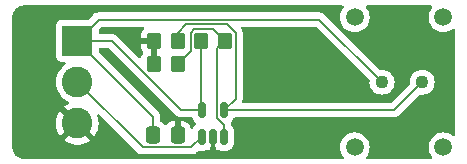
<source format=gbr>
%TF.GenerationSoftware,KiCad,Pcbnew,7.0.11-7.0.11~ubuntu22.04.1*%
%TF.CreationDate,2024-03-26T17:41:41+01:00*%
%TF.ProjectId,laserreceiver,6c617365-7272-4656-9365-697665722e6b,rev?*%
%TF.SameCoordinates,Original*%
%TF.FileFunction,Copper,L1,Top*%
%TF.FilePolarity,Positive*%
%FSLAX46Y46*%
G04 Gerber Fmt 4.6, Leading zero omitted, Abs format (unit mm)*
G04 Created by KiCad (PCBNEW 7.0.11-7.0.11~ubuntu22.04.1) date 2024-03-26 17:41:41*
%MOMM*%
%LPD*%
G01*
G04 APERTURE LIST*
G04 Aperture macros list*
%AMRoundRect*
0 Rectangle with rounded corners*
0 $1 Rounding radius*
0 $2 $3 $4 $5 $6 $7 $8 $9 X,Y pos of 4 corners*
0 Add a 4 corners polygon primitive as box body*
4,1,4,$2,$3,$4,$5,$6,$7,$8,$9,$2,$3,0*
0 Add four circle primitives for the rounded corners*
1,1,$1+$1,$2,$3*
1,1,$1+$1,$4,$5*
1,1,$1+$1,$6,$7*
1,1,$1+$1,$8,$9*
0 Add four rect primitives between the rounded corners*
20,1,$1+$1,$2,$3,$4,$5,0*
20,1,$1+$1,$4,$5,$6,$7,0*
20,1,$1+$1,$6,$7,$8,$9,0*
20,1,$1+$1,$8,$9,$2,$3,0*%
G04 Aperture macros list end*
%TA.AperFunction,SMDPad,CuDef*%
%ADD10RoundRect,0.150000X0.150000X-0.512500X0.150000X0.512500X-0.150000X0.512500X-0.150000X-0.512500X0*%
%TD*%
%TA.AperFunction,SMDPad,CuDef*%
%ADD11RoundRect,0.250000X0.350000X0.450000X-0.350000X0.450000X-0.350000X-0.450000X0.350000X-0.450000X0*%
%TD*%
%TA.AperFunction,SMDPad,CuDef*%
%ADD12RoundRect,0.250000X-0.350000X-0.450000X0.350000X-0.450000X0.350000X0.450000X-0.350000X0.450000X0*%
%TD*%
%TA.AperFunction,ComponentPad*%
%ADD13C,1.108000*%
%TD*%
%TA.AperFunction,ComponentPad*%
%ADD14R,2.600000X2.600000*%
%TD*%
%TA.AperFunction,ComponentPad*%
%ADD15C,2.600000*%
%TD*%
%TA.AperFunction,SMDPad,CuDef*%
%ADD16RoundRect,0.250000X-0.337500X-0.475000X0.337500X-0.475000X0.337500X0.475000X-0.337500X0.475000X0*%
%TD*%
%TA.AperFunction,ViaPad*%
%ADD17C,0.600000*%
%TD*%
%TA.AperFunction,ViaPad*%
%ADD18C,1.500000*%
%TD*%
%TA.AperFunction,Conductor*%
%ADD19C,0.200000*%
%TD*%
G04 APERTURE END LIST*
D10*
%TO.P,U1,1*%
%TO.N,Net-(J1-Pin_2)*%
X146050000Y-99137500D03*
%TO.P,U1,2,V-*%
%TO.N,GND*%
X147000000Y-99137500D03*
%TO.P,U1,3,+*%
%TO.N,Net-(U1-+)*%
X147950000Y-99137500D03*
%TO.P,U1,4,-*%
%TO.N,Net-(U1--)*%
X147950000Y-96862500D03*
%TO.P,U1,5,V+*%
%TO.N,+5V*%
X146050000Y-96862500D03*
%TD*%
D11*
%TO.P,R4,1*%
%TO.N,Net-(U1-+)*%
X144000000Y-93000000D03*
%TO.P,R4,2*%
%TO.N,GND*%
X142000000Y-93000000D03*
%TD*%
D12*
%TO.P,R3,1*%
%TO.N,+5V*%
X146000000Y-91000000D03*
%TO.P,R3,2*%
%TO.N,Net-(U1-+)*%
X148000000Y-91000000D03*
%TD*%
D11*
%TO.P,R2,1*%
%TO.N,Net-(U1--)*%
X144000000Y-91000000D03*
%TO.P,R2,2*%
%TO.N,GND*%
X142000000Y-91000000D03*
%TD*%
D13*
%TO.P,R1,1*%
%TO.N,+5V*%
X161300000Y-94500000D03*
%TO.P,R1,2*%
%TO.N,Net-(U1--)*%
X164700000Y-94500000D03*
%TD*%
D14*
%TO.P,J1,1,Pin_1*%
%TO.N,+5V*%
X135500000Y-91000000D03*
D15*
%TO.P,J1,2,Pin_2*%
%TO.N,Net-(J1-Pin_2)*%
X135500000Y-94500000D03*
%TO.P,J1,3,Pin_3*%
%TO.N,GND*%
X135500000Y-98000000D03*
%TD*%
D16*
%TO.P,C1,2*%
%TO.N,GND*%
X144000000Y-99000000D03*
%TO.P,C1,1*%
%TO.N,+5V*%
X141925000Y-99000000D03*
%TD*%
D17*
%TO.N,GND*%
X142000000Y-96000000D03*
X140500000Y-91000000D03*
D18*
%TO.N,*%
X159000000Y-100000000D03*
X166500000Y-100000000D03*
X159000000Y-89000000D03*
X166500000Y-89000000D03*
%TD*%
D19*
%TO.N,+5V*%
X146050000Y-96862500D02*
X144277756Y-96862500D01*
X144277756Y-96862500D02*
X138415256Y-91000000D01*
X138415256Y-91000000D02*
X135500000Y-91000000D01*
%TO.N,Net-(U1--)*%
X164700000Y-94500000D02*
X162337500Y-96862500D01*
X162337500Y-96862500D02*
X147950000Y-96862500D01*
%TO.N,+5V*%
X135500000Y-91000000D02*
X137300000Y-89200000D01*
X137300000Y-89200000D02*
X156000000Y-89200000D01*
X156000000Y-89200000D02*
X161300000Y-94500000D01*
%TO.N,Net-(J1-Pin_2)*%
X146050000Y-99137500D02*
X145162500Y-100025000D01*
X145162500Y-100025000D02*
X141025000Y-100025000D01*
X141025000Y-100025000D02*
X135500000Y-94500000D01*
%TO.N,Net-(U1-+)*%
X147950000Y-99137500D02*
X147950000Y-98165552D01*
X147950000Y-98165552D02*
X147350000Y-97565552D01*
X147350000Y-97565552D02*
X147350000Y-91650000D01*
X147350000Y-91650000D02*
X148000000Y-91000000D01*
%TO.N,Net-(U1--)*%
X147950000Y-96862500D02*
X148900000Y-95912500D01*
X144700000Y-89600000D02*
X144000000Y-90300000D01*
X148900000Y-95912500D02*
X148900000Y-90315256D01*
X148900000Y-90315256D02*
X148184744Y-89600000D01*
X144000000Y-90300000D02*
X144000000Y-91000000D01*
X148184744Y-89600000D02*
X144700000Y-89600000D01*
%TO.N,Net-(U1-+)*%
X145100000Y-91900000D02*
X145100000Y-90315256D01*
X144000000Y-93000000D02*
X145100000Y-91900000D01*
X145100000Y-90315256D02*
X145415256Y-90000000D01*
X145415256Y-90000000D02*
X147000000Y-90000000D01*
X147000000Y-90000000D02*
X148000000Y-91000000D01*
%TO.N,+5V*%
X141925000Y-99000000D02*
X141925000Y-97425000D01*
X141925000Y-97425000D02*
X135500000Y-91000000D01*
X146000000Y-91000000D02*
X146000000Y-96812500D01*
X146000000Y-96812500D02*
X146050000Y-96862500D01*
%TD*%
%TA.AperFunction,Conductor*%
%TO.N,GND*%
G36*
X138182198Y-91620185D02*
G01*
X138202840Y-91636819D01*
X143819555Y-97253534D01*
X143830249Y-97265728D01*
X143849474Y-97290782D01*
X143909752Y-97337034D01*
X143909753Y-97337035D01*
X143909754Y-97337037D01*
X143962614Y-97377597D01*
X143974915Y-97387036D01*
X143974917Y-97387036D01*
X143974919Y-97387038D01*
X143984103Y-97390842D01*
X144120994Y-97447544D01*
X144199375Y-97457863D01*
X144277755Y-97468182D01*
X144277756Y-97468182D01*
X144309058Y-97464060D01*
X144325243Y-97463000D01*
X145155067Y-97463000D01*
X145222106Y-97482685D01*
X145267861Y-97535489D01*
X145274143Y-97552404D01*
X145298254Y-97635395D01*
X145298255Y-97635396D01*
X145298256Y-97635398D01*
X145304790Y-97646447D01*
X145381917Y-97776862D01*
X145381923Y-97776870D01*
X145498129Y-97893076D01*
X145498140Y-97893085D01*
X145498455Y-97893271D01*
X145498650Y-97893480D01*
X145504298Y-97897861D01*
X145503591Y-97898772D01*
X145546136Y-97944343D01*
X145558637Y-98013085D01*
X145531988Y-98077673D01*
X145504078Y-98101856D01*
X145504298Y-98102139D01*
X145499092Y-98106176D01*
X145498455Y-98106729D01*
X145498140Y-98106914D01*
X145498129Y-98106923D01*
X145381923Y-98223129D01*
X145381917Y-98223137D01*
X145294285Y-98371317D01*
X145291696Y-98369786D01*
X145255977Y-98412688D01*
X145189338Y-98433689D01*
X145121924Y-98415328D01*
X145075138Y-98363436D01*
X145069190Y-98348717D01*
X145021858Y-98205880D01*
X145021856Y-98205875D01*
X144929815Y-98056654D01*
X144805845Y-97932684D01*
X144656624Y-97840643D01*
X144656619Y-97840641D01*
X144490197Y-97785494D01*
X144490190Y-97785493D01*
X144387486Y-97775000D01*
X144250000Y-97775000D01*
X144250000Y-99126000D01*
X144230315Y-99193039D01*
X144177511Y-99238794D01*
X144126000Y-99250000D01*
X143874000Y-99250000D01*
X143806961Y-99230315D01*
X143761206Y-99177511D01*
X143750000Y-99126000D01*
X143750000Y-97775000D01*
X143612527Y-97775000D01*
X143612512Y-97775001D01*
X143509802Y-97785494D01*
X143343380Y-97840641D01*
X143343375Y-97840643D01*
X143194154Y-97932684D01*
X143070183Y-98056655D01*
X143070179Y-98056660D01*
X143068326Y-98059665D01*
X143066518Y-98061290D01*
X143065702Y-98062323D01*
X143065525Y-98062183D01*
X143016374Y-98106385D01*
X142947411Y-98117601D01*
X142883331Y-98089752D01*
X142857253Y-98059653D01*
X142857237Y-98059628D01*
X142855212Y-98056344D01*
X142731156Y-97932288D01*
X142584402Y-97841770D01*
X142537679Y-97789823D01*
X142525500Y-97736232D01*
X142525500Y-97472487D01*
X142526561Y-97456301D01*
X142530682Y-97424999D01*
X142530682Y-97424998D01*
X142510044Y-97268239D01*
X142510042Y-97268234D01*
X142509006Y-97265734D01*
X142449536Y-97122159D01*
X142377450Y-97028215D01*
X142363761Y-97010375D01*
X142353281Y-96996716D01*
X142328229Y-96977494D01*
X142316034Y-96966799D01*
X137336818Y-91987583D01*
X137303333Y-91926260D01*
X137300499Y-91899901D01*
X137300500Y-91724499D01*
X137320185Y-91657460D01*
X137372989Y-91611705D01*
X137424500Y-91600500D01*
X138115159Y-91600500D01*
X138182198Y-91620185D01*
G37*
%TD.AperFunction*%
%TA.AperFunction,Conductor*%
G36*
X141106516Y-89820185D02*
G01*
X141152271Y-89872989D01*
X141162215Y-89942147D01*
X141133190Y-90005703D01*
X141127158Y-90012181D01*
X141057684Y-90081654D01*
X140965643Y-90230875D01*
X140965641Y-90230880D01*
X140910494Y-90397302D01*
X140910493Y-90397309D01*
X140900000Y-90500013D01*
X140900000Y-90750000D01*
X142126000Y-90750000D01*
X142193039Y-90769685D01*
X142238794Y-90822489D01*
X142250000Y-90874000D01*
X142250000Y-93126000D01*
X142230315Y-93193039D01*
X142177511Y-93238794D01*
X142126000Y-93250000D01*
X141874000Y-93250000D01*
X141806961Y-93230315D01*
X141761206Y-93177511D01*
X141750000Y-93126000D01*
X141750000Y-91250000D01*
X140900001Y-91250000D01*
X140900001Y-91499986D01*
X140910494Y-91602697D01*
X140965641Y-91769119D01*
X140965643Y-91769124D01*
X141057685Y-91918346D01*
X141061435Y-91923089D01*
X141087576Y-91987885D01*
X141074535Y-92056527D01*
X141061435Y-92076911D01*
X141057685Y-92081653D01*
X140965643Y-92230875D01*
X140965641Y-92230880D01*
X140911829Y-92393274D01*
X140872056Y-92450719D01*
X140807540Y-92477542D01*
X140738764Y-92465227D01*
X140706442Y-92441951D01*
X138873455Y-90608964D01*
X138862759Y-90596767D01*
X138843542Y-90571722D01*
X138843539Y-90571720D01*
X138843538Y-90571718D01*
X138718097Y-90475464D01*
X138572018Y-90414956D01*
X138572016Y-90414955D01*
X138454617Y-90399500D01*
X138415256Y-90394318D01*
X138383953Y-90398439D01*
X138367769Y-90399500D01*
X137424499Y-90399500D01*
X137357460Y-90379815D01*
X137311705Y-90327011D01*
X137300499Y-90275500D01*
X137300499Y-90100097D01*
X137320184Y-90033058D01*
X137336818Y-90012416D01*
X137512416Y-89836819D01*
X137573739Y-89803334D01*
X137600097Y-89800500D01*
X141039477Y-89800500D01*
X141106516Y-89820185D01*
G37*
%TD.AperFunction*%
%TA.AperFunction,Conductor*%
G36*
X158002115Y-88020185D02*
G01*
X158047870Y-88072989D01*
X158057814Y-88142147D01*
X158036651Y-88195623D01*
X157912900Y-88372357D01*
X157912898Y-88372361D01*
X157820426Y-88570668D01*
X157820422Y-88570677D01*
X157763793Y-88782020D01*
X157763793Y-88782024D01*
X157744723Y-88999997D01*
X157744723Y-89000002D01*
X157763793Y-89217975D01*
X157763793Y-89217979D01*
X157820422Y-89429322D01*
X157820424Y-89429326D01*
X157820425Y-89429330D01*
X157833640Y-89457669D01*
X157912897Y-89627638D01*
X157912898Y-89627639D01*
X158038402Y-89806877D01*
X158193123Y-89961598D01*
X158372361Y-90087102D01*
X158570670Y-90179575D01*
X158782023Y-90236207D01*
X158964926Y-90252208D01*
X158999998Y-90255277D01*
X159000000Y-90255277D01*
X159000002Y-90255277D01*
X159028254Y-90252805D01*
X159217977Y-90236207D01*
X159429330Y-90179575D01*
X159627639Y-90087102D01*
X159806877Y-89961598D01*
X159961598Y-89806877D01*
X160087102Y-89627639D01*
X160179575Y-89429330D01*
X160236207Y-89217977D01*
X160252805Y-89028254D01*
X160255277Y-89000002D01*
X160255277Y-88999997D01*
X160251569Y-88957618D01*
X160236207Y-88782023D01*
X160191441Y-88614955D01*
X160179577Y-88570677D01*
X160179576Y-88570676D01*
X160179575Y-88570670D01*
X160087102Y-88372362D01*
X160087100Y-88372359D01*
X160087099Y-88372357D01*
X159963349Y-88195623D01*
X159941022Y-88129417D01*
X159958032Y-88061650D01*
X160008980Y-88013837D01*
X160064924Y-88000500D01*
X165435076Y-88000500D01*
X165502115Y-88020185D01*
X165547870Y-88072989D01*
X165557814Y-88142147D01*
X165536651Y-88195623D01*
X165412900Y-88372357D01*
X165412898Y-88372361D01*
X165320426Y-88570668D01*
X165320422Y-88570677D01*
X165263793Y-88782020D01*
X165263793Y-88782024D01*
X165244723Y-88999997D01*
X165244723Y-89000002D01*
X165263793Y-89217975D01*
X165263793Y-89217979D01*
X165320422Y-89429322D01*
X165320424Y-89429326D01*
X165320425Y-89429330D01*
X165333640Y-89457669D01*
X165412897Y-89627638D01*
X165412898Y-89627639D01*
X165538402Y-89806877D01*
X165693123Y-89961598D01*
X165872361Y-90087102D01*
X166070670Y-90179575D01*
X166282023Y-90236207D01*
X166464926Y-90252208D01*
X166499998Y-90255277D01*
X166500000Y-90255277D01*
X166500002Y-90255277D01*
X166528254Y-90252805D01*
X166717977Y-90236207D01*
X166929330Y-90179575D01*
X167127639Y-90087102D01*
X167304379Y-89963346D01*
X167370582Y-89941020D01*
X167438349Y-89958030D01*
X167486162Y-90008977D01*
X167499500Y-90064922D01*
X167499500Y-98935077D01*
X167479815Y-99002116D01*
X167427011Y-99047871D01*
X167357853Y-99057815D01*
X167304380Y-99036653D01*
X167127639Y-98912898D01*
X167127640Y-98912898D01*
X167127638Y-98912897D01*
X167028484Y-98866661D01*
X166929330Y-98820425D01*
X166929326Y-98820424D01*
X166929322Y-98820422D01*
X166717977Y-98763793D01*
X166500002Y-98744723D01*
X166499998Y-98744723D01*
X166377478Y-98755442D01*
X166282023Y-98763793D01*
X166282020Y-98763793D01*
X166070677Y-98820422D01*
X166070668Y-98820426D01*
X165872361Y-98912898D01*
X165872357Y-98912900D01*
X165693121Y-99038402D01*
X165538402Y-99193121D01*
X165412900Y-99372357D01*
X165412898Y-99372361D01*
X165320426Y-99570668D01*
X165320422Y-99570677D01*
X165263793Y-99782020D01*
X165263793Y-99782024D01*
X165244723Y-99999997D01*
X165244723Y-100000002D01*
X165263793Y-100217975D01*
X165263793Y-100217979D01*
X165320422Y-100429322D01*
X165320424Y-100429326D01*
X165320425Y-100429330D01*
X165353612Y-100500500D01*
X165412897Y-100627638D01*
X165428653Y-100650140D01*
X165536653Y-100804379D01*
X165558979Y-100870582D01*
X165541969Y-100938350D01*
X165491021Y-100986163D01*
X165435077Y-100999500D01*
X160064923Y-100999500D01*
X159997884Y-100979815D01*
X159952129Y-100927011D01*
X159942185Y-100857853D01*
X159963346Y-100804380D01*
X160087102Y-100627639D01*
X160179575Y-100429330D01*
X160236207Y-100217977D01*
X160255277Y-100000000D01*
X160254803Y-99994586D01*
X160247438Y-99910396D01*
X160236207Y-99782023D01*
X160179575Y-99570670D01*
X160087102Y-99372362D01*
X160087100Y-99372359D01*
X160087099Y-99372357D01*
X159961599Y-99193124D01*
X159894475Y-99126000D01*
X159806877Y-99038402D01*
X159627639Y-98912898D01*
X159627640Y-98912898D01*
X159627638Y-98912897D01*
X159528484Y-98866661D01*
X159429330Y-98820425D01*
X159429326Y-98820424D01*
X159429322Y-98820422D01*
X159217977Y-98763793D01*
X159000002Y-98744723D01*
X158999998Y-98744723D01*
X158877478Y-98755442D01*
X158782023Y-98763793D01*
X158782020Y-98763793D01*
X158570677Y-98820422D01*
X158570668Y-98820426D01*
X158372361Y-98912898D01*
X158372357Y-98912900D01*
X158193121Y-99038402D01*
X158038402Y-99193121D01*
X157912900Y-99372357D01*
X157912898Y-99372361D01*
X157820426Y-99570668D01*
X157820422Y-99570677D01*
X157763793Y-99782020D01*
X157763793Y-99782024D01*
X157744723Y-99999997D01*
X157744723Y-100000002D01*
X157763793Y-100217975D01*
X157763793Y-100217979D01*
X157820422Y-100429322D01*
X157820424Y-100429326D01*
X157820425Y-100429330D01*
X157853612Y-100500500D01*
X157912897Y-100627638D01*
X157928653Y-100650140D01*
X158036653Y-100804379D01*
X158058979Y-100870582D01*
X158041969Y-100938350D01*
X157991021Y-100986163D01*
X157935077Y-100999500D01*
X131005413Y-100999500D01*
X130994605Y-100999028D01*
X130837246Y-100985260D01*
X130815961Y-100981507D01*
X130668630Y-100942030D01*
X130648318Y-100934637D01*
X130510084Y-100870177D01*
X130491366Y-100859370D01*
X130366417Y-100771880D01*
X130349859Y-100757986D01*
X130242013Y-100650140D01*
X130228119Y-100633582D01*
X130140629Y-100508633D01*
X130129822Y-100489915D01*
X130065362Y-100351681D01*
X130057969Y-100331369D01*
X130036321Y-100250578D01*
X130018491Y-100184035D01*
X130014739Y-100162752D01*
X130000972Y-100005393D01*
X130000500Y-99994586D01*
X130000500Y-94500004D01*
X133694451Y-94500004D01*
X133714616Y-94769101D01*
X133774664Y-95032188D01*
X133774666Y-95032195D01*
X133859855Y-95249252D01*
X133873257Y-95283398D01*
X134008185Y-95517102D01*
X134125145Y-95663765D01*
X134176442Y-95728089D01*
X134344997Y-95884484D01*
X134374259Y-95911635D01*
X134597226Y-96063651D01*
X134597231Y-96063653D01*
X134597232Y-96063654D01*
X134597233Y-96063655D01*
X134709030Y-96117493D01*
X134752770Y-96138557D01*
X134804630Y-96185379D01*
X134822943Y-96252806D01*
X134801895Y-96319430D01*
X134752771Y-96361997D01*
X134597480Y-96436781D01*
X134597476Y-96436783D01*
X134414848Y-96561296D01*
X135252465Y-97398913D01*
X135184371Y-97425874D01*
X135051508Y-97522405D01*
X134946825Y-97648945D01*
X134898368Y-97751921D01*
X134062295Y-96915848D01*
X134008600Y-96983180D01*
X133873709Y-97216818D01*
X133775148Y-97467947D01*
X133775142Y-97467966D01*
X133715113Y-97730971D01*
X133715113Y-97730973D01*
X133694953Y-97999995D01*
X133694953Y-98000004D01*
X133715113Y-98269026D01*
X133715113Y-98269028D01*
X133775142Y-98532033D01*
X133775148Y-98532052D01*
X133873709Y-98783181D01*
X133873708Y-98783181D01*
X134008602Y-99016822D01*
X134062294Y-99084151D01*
X134062295Y-99084151D01*
X134897452Y-98248993D01*
X134907188Y-98278956D01*
X134995186Y-98417619D01*
X135114903Y-98530040D01*
X135249510Y-98604041D01*
X134414848Y-99438702D01*
X134597483Y-99563220D01*
X134597485Y-99563221D01*
X134840539Y-99680269D01*
X134840537Y-99680269D01*
X135098337Y-99759790D01*
X135098343Y-99759792D01*
X135365101Y-99799999D01*
X135365110Y-99800000D01*
X135634890Y-99800000D01*
X135634898Y-99799999D01*
X135901656Y-99759792D01*
X135901662Y-99759790D01*
X136159461Y-99680269D01*
X136402521Y-99563218D01*
X136585150Y-99438702D01*
X135747534Y-98601086D01*
X135815629Y-98574126D01*
X135948492Y-98477595D01*
X136053175Y-98351055D01*
X136101631Y-98248079D01*
X136937703Y-99084151D01*
X136937704Y-99084150D01*
X136991393Y-99016828D01*
X136991400Y-99016817D01*
X137126290Y-98783181D01*
X137224851Y-98532052D01*
X137224857Y-98532033D01*
X137284886Y-98269028D01*
X137284886Y-98269026D01*
X137305047Y-98000004D01*
X137305047Y-97999995D01*
X137284886Y-97730973D01*
X137284886Y-97730971D01*
X137224857Y-97467966D01*
X137224853Y-97467952D01*
X137187532Y-97372860D01*
X137181363Y-97303263D01*
X137213801Y-97241379D01*
X137274546Y-97206856D01*
X137344312Y-97210655D01*
X137390641Y-97239876D01*
X140566799Y-100416034D01*
X140577493Y-100428228D01*
X140596717Y-100453281D01*
X140596718Y-100453282D01*
X140658254Y-100500500D01*
X140722159Y-100549536D01*
X140722161Y-100549536D01*
X140722163Y-100549538D01*
X140795198Y-100579790D01*
X140868238Y-100610044D01*
X140946619Y-100620363D01*
X141024999Y-100630682D01*
X141025000Y-100630682D01*
X141056302Y-100626560D01*
X141072487Y-100625500D01*
X145115013Y-100625500D01*
X145131197Y-100626560D01*
X145162500Y-100630682D01*
X145162501Y-100630682D01*
X145214754Y-100623802D01*
X145319262Y-100610044D01*
X145465341Y-100549536D01*
X145529246Y-100500500D01*
X145590782Y-100453282D01*
X145610009Y-100428223D01*
X145620690Y-100416043D01*
X145702969Y-100333764D01*
X145764290Y-100300281D01*
X145800372Y-100297829D01*
X145834306Y-100300500D01*
X145834314Y-100300500D01*
X146265686Y-100300500D01*
X146265694Y-100300500D01*
X146302569Y-100297598D01*
X146302571Y-100297597D01*
X146302573Y-100297597D01*
X146347742Y-100284474D01*
X146460398Y-100251744D01*
X146461181Y-100251281D01*
X146462369Y-100250579D01*
X146464112Y-100250136D01*
X146467557Y-100248646D01*
X146467797Y-100249201D01*
X146530093Y-100233395D01*
X146582397Y-100248753D01*
X146582644Y-100248184D01*
X146587255Y-100250179D01*
X146588612Y-100250578D01*
X146589801Y-100251281D01*
X146589806Y-100251283D01*
X146747505Y-100297099D01*
X146747511Y-100297100D01*
X146749998Y-100297295D01*
X146750000Y-100297295D01*
X146750000Y-100031814D01*
X146767267Y-99968694D01*
X146801744Y-99910398D01*
X146847598Y-99752569D01*
X146850500Y-99715694D01*
X146850500Y-99011500D01*
X146870185Y-98944461D01*
X146922989Y-98898706D01*
X146974500Y-98887500D01*
X147025500Y-98887500D01*
X147092539Y-98907185D01*
X147138294Y-98959989D01*
X147149500Y-99011500D01*
X147149500Y-99715701D01*
X147152401Y-99752567D01*
X147152402Y-99752573D01*
X147198254Y-99910393D01*
X147198255Y-99910396D01*
X147198256Y-99910398D01*
X147232732Y-99968694D01*
X147250000Y-100031814D01*
X147250000Y-100297295D01*
X147250001Y-100297295D01*
X147252486Y-100297100D01*
X147410197Y-100251281D01*
X147411382Y-100250581D01*
X147412436Y-100250313D01*
X147417357Y-100248184D01*
X147417700Y-100248977D01*
X147479105Y-100233395D01*
X147532289Y-100249008D01*
X147532446Y-100248647D01*
X147535371Y-100249913D01*
X147537624Y-100250574D01*
X147539602Y-100251744D01*
X147539604Y-100251744D01*
X147539605Y-100251745D01*
X147697426Y-100297597D01*
X147697429Y-100297597D01*
X147697431Y-100297598D01*
X147734306Y-100300500D01*
X147734314Y-100300500D01*
X148165686Y-100300500D01*
X148165694Y-100300500D01*
X148202569Y-100297598D01*
X148202571Y-100297597D01*
X148202573Y-100297597D01*
X148247742Y-100284474D01*
X148360398Y-100251744D01*
X148501865Y-100168081D01*
X148618081Y-100051865D01*
X148701744Y-99910398D01*
X148747598Y-99752569D01*
X148750500Y-99715694D01*
X148750500Y-98559306D01*
X148747598Y-98522431D01*
X148733815Y-98474991D01*
X148713836Y-98406224D01*
X148701744Y-98364602D01*
X148618081Y-98223135D01*
X148618079Y-98223133D01*
X148618076Y-98223129D01*
X148584715Y-98189768D01*
X148551230Y-98128445D01*
X148549457Y-98118272D01*
X148541955Y-98061290D01*
X148535044Y-98008790D01*
X148523141Y-97980055D01*
X148515673Y-97910590D01*
X148546947Y-97848110D01*
X148549994Y-97844951D01*
X148618081Y-97776865D01*
X148701744Y-97635398D01*
X148701745Y-97635395D01*
X148725857Y-97552404D01*
X148763464Y-97493519D01*
X148826936Y-97464313D01*
X148844933Y-97463000D01*
X162290013Y-97463000D01*
X162306197Y-97464060D01*
X162337500Y-97468182D01*
X162337501Y-97468182D01*
X162389754Y-97461302D01*
X162494262Y-97447544D01*
X162640341Y-97387036D01*
X162705502Y-97337036D01*
X162765782Y-97290782D01*
X162785009Y-97265723D01*
X162795690Y-97253543D01*
X164467025Y-95582208D01*
X164528346Y-95548725D01*
X164566855Y-95546488D01*
X164700000Y-95559602D01*
X164906718Y-95539242D01*
X165105492Y-95478945D01*
X165288683Y-95381027D01*
X165449252Y-95249252D01*
X165581027Y-95088683D01*
X165678945Y-94905492D01*
X165739242Y-94706718D01*
X165759602Y-94500000D01*
X165739242Y-94293282D01*
X165678945Y-94094508D01*
X165678943Y-94094505D01*
X165678943Y-94094503D01*
X165581030Y-93911322D01*
X165581028Y-93911320D01*
X165581027Y-93911317D01*
X165464507Y-93769336D01*
X165449252Y-93750747D01*
X165288684Y-93618974D01*
X165288677Y-93618969D01*
X165105496Y-93521056D01*
X164906716Y-93460757D01*
X164700000Y-93440398D01*
X164493283Y-93460757D01*
X164294503Y-93521056D01*
X164111322Y-93618969D01*
X164111315Y-93618974D01*
X163950747Y-93750747D01*
X163818974Y-93911315D01*
X163818969Y-93911322D01*
X163721056Y-94094503D01*
X163660757Y-94293283D01*
X163640398Y-94500000D01*
X163653510Y-94633141D01*
X163640491Y-94701787D01*
X163617788Y-94732975D01*
X162125084Y-96225681D01*
X162063761Y-96259166D01*
X162037403Y-96262000D01*
X149590788Y-96262000D01*
X149523749Y-96242315D01*
X149477994Y-96189511D01*
X149468050Y-96120353D01*
X149476227Y-96090547D01*
X149476618Y-96089603D01*
X149485044Y-96069262D01*
X149500500Y-95951861D01*
X149505682Y-95912500D01*
X149501561Y-95881197D01*
X149500500Y-95865012D01*
X149500500Y-90362743D01*
X149501561Y-90346557D01*
X149505682Y-90315255D01*
X149505682Y-90315254D01*
X149485044Y-90158495D01*
X149485044Y-90158494D01*
X149424536Y-90012415D01*
X149424535Y-90012414D01*
X149424535Y-90012413D01*
X149415000Y-89999987D01*
X149389805Y-89934818D01*
X149403843Y-89866373D01*
X149452657Y-89816383D01*
X149513375Y-89800500D01*
X155699903Y-89800500D01*
X155766942Y-89820185D01*
X155787584Y-89836819D01*
X160217788Y-94267023D01*
X160251273Y-94328346D01*
X160253510Y-94366857D01*
X160240398Y-94499999D01*
X160260757Y-94706716D01*
X160321056Y-94905496D01*
X160418969Y-95088677D01*
X160418974Y-95088684D01*
X160550747Y-95249252D01*
X160657153Y-95336576D01*
X160711317Y-95381027D01*
X160711320Y-95381028D01*
X160711322Y-95381030D01*
X160894503Y-95478943D01*
X160894505Y-95478943D01*
X160894508Y-95478945D01*
X161093282Y-95539242D01*
X161300000Y-95559602D01*
X161506718Y-95539242D01*
X161705492Y-95478945D01*
X161888683Y-95381027D01*
X162049252Y-95249252D01*
X162181027Y-95088683D01*
X162278945Y-94905492D01*
X162339242Y-94706718D01*
X162359602Y-94500000D01*
X162339242Y-94293282D01*
X162278945Y-94094508D01*
X162278943Y-94094505D01*
X162278943Y-94094503D01*
X162181030Y-93911322D01*
X162181028Y-93911320D01*
X162181027Y-93911317D01*
X162064507Y-93769336D01*
X162049252Y-93750747D01*
X161888684Y-93618974D01*
X161888677Y-93618969D01*
X161705496Y-93521056D01*
X161506716Y-93460757D01*
X161322583Y-93442622D01*
X161300000Y-93440398D01*
X161299999Y-93440398D01*
X161166857Y-93453510D01*
X161098211Y-93440491D01*
X161067023Y-93417788D01*
X156458199Y-88808964D01*
X156447504Y-88796769D01*
X156428283Y-88771719D01*
X156428279Y-88771716D01*
X156302841Y-88675464D01*
X156286342Y-88668630D01*
X156156762Y-88614956D01*
X156156760Y-88614955D01*
X156039361Y-88599500D01*
X156000000Y-88594318D01*
X155968697Y-88598439D01*
X155952513Y-88599500D01*
X137347487Y-88599500D01*
X137331302Y-88598439D01*
X137300000Y-88594318D01*
X137260639Y-88599500D01*
X137143239Y-88614955D01*
X137143237Y-88614956D01*
X136997157Y-88675464D01*
X136871718Y-88771716D01*
X136852489Y-88796775D01*
X136841798Y-88808965D01*
X136487582Y-89163181D01*
X136426259Y-89196666D01*
X136399901Y-89199500D01*
X134152129Y-89199500D01*
X134152123Y-89199501D01*
X134092516Y-89205908D01*
X133957671Y-89256202D01*
X133957664Y-89256206D01*
X133842455Y-89342452D01*
X133842452Y-89342455D01*
X133756206Y-89457664D01*
X133756202Y-89457671D01*
X133705908Y-89592517D01*
X133699501Y-89652116D01*
X133699500Y-89652135D01*
X133699500Y-92347870D01*
X133699501Y-92347876D01*
X133705908Y-92407483D01*
X133756202Y-92542328D01*
X133756206Y-92542335D01*
X133842452Y-92657544D01*
X133842455Y-92657547D01*
X133957664Y-92743793D01*
X133957671Y-92743797D01*
X133970911Y-92748735D01*
X134092517Y-92794091D01*
X134152127Y-92800500D01*
X134394483Y-92800499D01*
X134461521Y-92820183D01*
X134507276Y-92872987D01*
X134517220Y-92942146D01*
X134488195Y-93005701D01*
X134464334Y-93026952D01*
X134374262Y-93088362D01*
X134176442Y-93271910D01*
X134008185Y-93482898D01*
X133873258Y-93716599D01*
X133873256Y-93716603D01*
X133774666Y-93967804D01*
X133774664Y-93967811D01*
X133714616Y-94230898D01*
X133694451Y-94499995D01*
X133694451Y-94500004D01*
X130000500Y-94500004D01*
X130000500Y-89005413D01*
X130000972Y-88994606D01*
X130003632Y-88964201D01*
X130014739Y-88837242D01*
X130018490Y-88815966D01*
X130057969Y-88668627D01*
X130065362Y-88648318D01*
X130080920Y-88614955D01*
X130129823Y-88510081D01*
X130140629Y-88491366D01*
X130228119Y-88366417D01*
X130242007Y-88349865D01*
X130349865Y-88242007D01*
X130366417Y-88228119D01*
X130491366Y-88140629D01*
X130510081Y-88129823D01*
X130648320Y-88065361D01*
X130668627Y-88057969D01*
X130815966Y-88018490D01*
X130837242Y-88014739D01*
X130969885Y-88003134D01*
X130994606Y-88000972D01*
X131005413Y-88000500D01*
X131065892Y-88000500D01*
X157935076Y-88000500D01*
X158002115Y-88020185D01*
G37*
%TD.AperFunction*%
%TD*%
M02*

</source>
